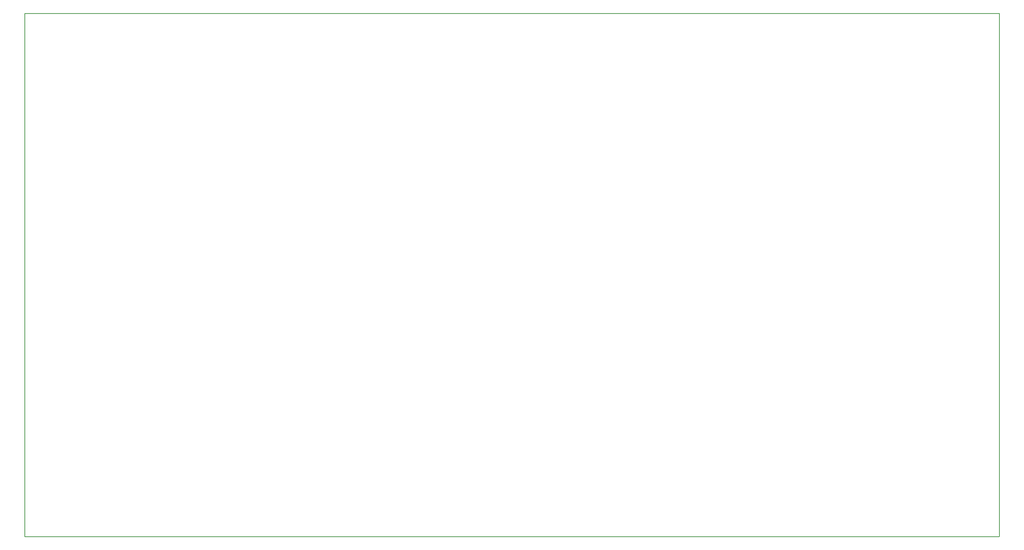
<source format=gko>
%FSLAX25Y25*%
%MOIN*%
G70*
G01*
G75*
G04 Layer_Color=16711935*
%ADD10C,0.03937*%
%ADD11R,0.12992X0.07874*%
%ADD12R,0.22638X0.25590*%
%ADD13R,0.04921X0.12008*%
%ADD14O,0.02362X0.08661*%
%ADD15R,0.03543X0.03543*%
%ADD16O,0.02165X0.06890*%
%ADD17O,0.06890X0.02165*%
%ADD18R,0.03347X0.03347*%
%ADD19R,0.03937X0.03937*%
%ADD20R,0.06299X0.11811*%
%ADD21R,0.07874X0.23622*%
%ADD22R,0.06299X0.02362*%
%ADD23R,0.04724X0.13780*%
%ADD24R,0.08661X0.09252*%
%ADD25R,0.06102X0.09252*%
%ADD26R,0.03347X0.06693*%
%ADD27R,0.21850X0.25590*%
%ADD28R,0.02362X0.08661*%
%ADD29C,0.05000*%
%ADD30C,0.02000*%
%ADD31C,0.03000*%
%ADD32C,0.01500*%
%ADD33C,0.02500*%
%ADD34C,0.01000*%
%ADD35C,0.25000*%
%ADD36C,0.04724*%
%ADD37C,0.04724*%
%ADD38R,0.05906X0.05906*%
%ADD39C,0.05906*%
%ADD40C,0.05906*%
%ADD41C,0.06299*%
%ADD42C,0.11614*%
%ADD43R,0.05906X0.05906*%
%ADD44C,0.05000*%
%ADD45C,0.03937*%
%ADD46C,0.00984*%
%ADD47C,0.02362*%
%ADD48C,0.00787*%
%ADD49C,0.11811*%
%ADD50R,0.13792X0.08674*%
%ADD51R,0.23438X0.26391*%
%ADD52R,0.05721X0.12808*%
%ADD53O,0.03162X0.09461*%
%ADD54R,0.04343X0.04343*%
%ADD55O,0.02965X0.07690*%
%ADD56O,0.07690X0.02965*%
%ADD57C,0.09843*%
%ADD58R,0.04147X0.04147*%
%ADD59R,0.04737X0.04737*%
%ADD60R,0.07099X0.12611*%
%ADD61R,0.08674X0.24422*%
%ADD62R,0.07099X0.03162*%
%ADD63R,0.05524X0.14579*%
%ADD64R,0.09461X0.10052*%
%ADD65R,0.06902X0.10052*%
%ADD66R,0.04147X0.07493*%
%ADD67R,0.22650X0.26391*%
%ADD68R,0.03162X0.09461*%
%ADD69C,0.25800*%
%ADD70C,0.05524*%
%ADD71C,0.05524*%
%ADD72R,0.06706X0.06706*%
%ADD73C,0.06706*%
%ADD74C,0.06706*%
%ADD75C,0.07099*%
%ADD76C,0.12414*%
%ADD77R,0.06706X0.06706*%
%ADD78C,0.05800*%
%ADD79C,0.11811*%
D34*
X1789100Y39500D02*
Y767500D01*
X434000Y39344D02*
X1789000D01*
X434000Y767600D02*
X1789000D01*
X434000Y39500D02*
Y767500D01*
M02*

</source>
